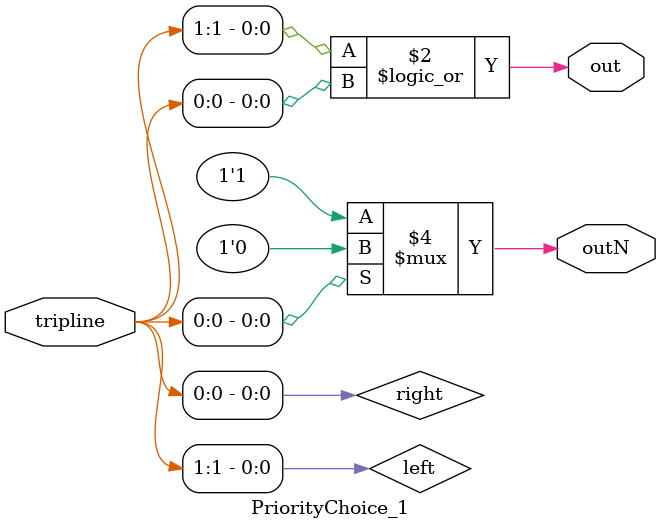
<source format=v>
module PriorityChoice_1 (out, outN, tripline);
   parameter OCODEWIDTH = 1;
   localparam CODEWIDTH=OCODEWIDTH-1;
   localparam SCODEWIDTH= (CODEWIDTH<1) ? 1 : CODEWIDTH;
   output reg             out;
   output reg [OCODEWIDTH-1:0] outN;
   input wire [(1<<OCODEWIDTH)-1:0] tripline;
   wire 			    left;
   wire [SCODEWIDTH-1:0] 	    leftN;
   wire 			    right;
   wire [SCODEWIDTH-1:0] 	    rightN;
   generate
      if(OCODEWIDTH==1) begin
	 assign left = tripline[1];
	 assign right = tripline[0];
	 always @(*) begin
	    out = left || right ;
	    if(right) begin outN = {1'b0}; end
	    else  begin outN = {1'b1}; end
	 end
      end else begin
	 PriorityChoice #(.OCODEWIDTH(OCODEWIDTH-1))
	 leftMap
	   (
	    .out(left),
	    .outN(leftN),
	    .tripline(tripline[(2<<CODEWIDTH)-1:(1<<CODEWIDTH)])
	    );
	 PriorityChoice #(.OCODEWIDTH(OCODEWIDTH-1))
	 rightMap
	   (
	    .out(right),
	    .outN(rightN),
	    .tripline(tripline[(1<<CODEWIDTH)-1:0])
	    );
	 always @(*) begin
	    if(right) begin
               out  = right;
               outN = {1'b0, rightN[OCODEWIDTH-2:0]};
	    end else begin
               out  = left;
               outN = {1'b1, leftN[OCODEWIDTH-2:0]};
	    end
	 end
      end
   endgenerate
endmodule
</source>
